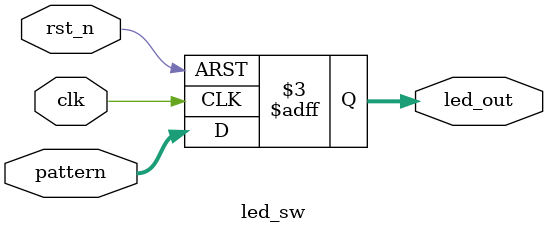
<source format=v>
`timescale 1ns / 1ps


module led_sw(
    input  wire        clk,       // AXI clock
    input  wire        rst_n,     // AXI resetn (active-low)
    input  wire [7:0]  pattern,   // ¥Ñ AXI core ±H¦s¾¹¼g¤J
    output reg  [7:0]  led_out    // ³s¨ìªO¤W LED0~LED7
    );

  always @(posedge clk or negedge rst_n) begin
    if (!rst_n)
      led_out <= 8'b0;
    else
      led_out <= pattern;
  end

endmodule

</source>
